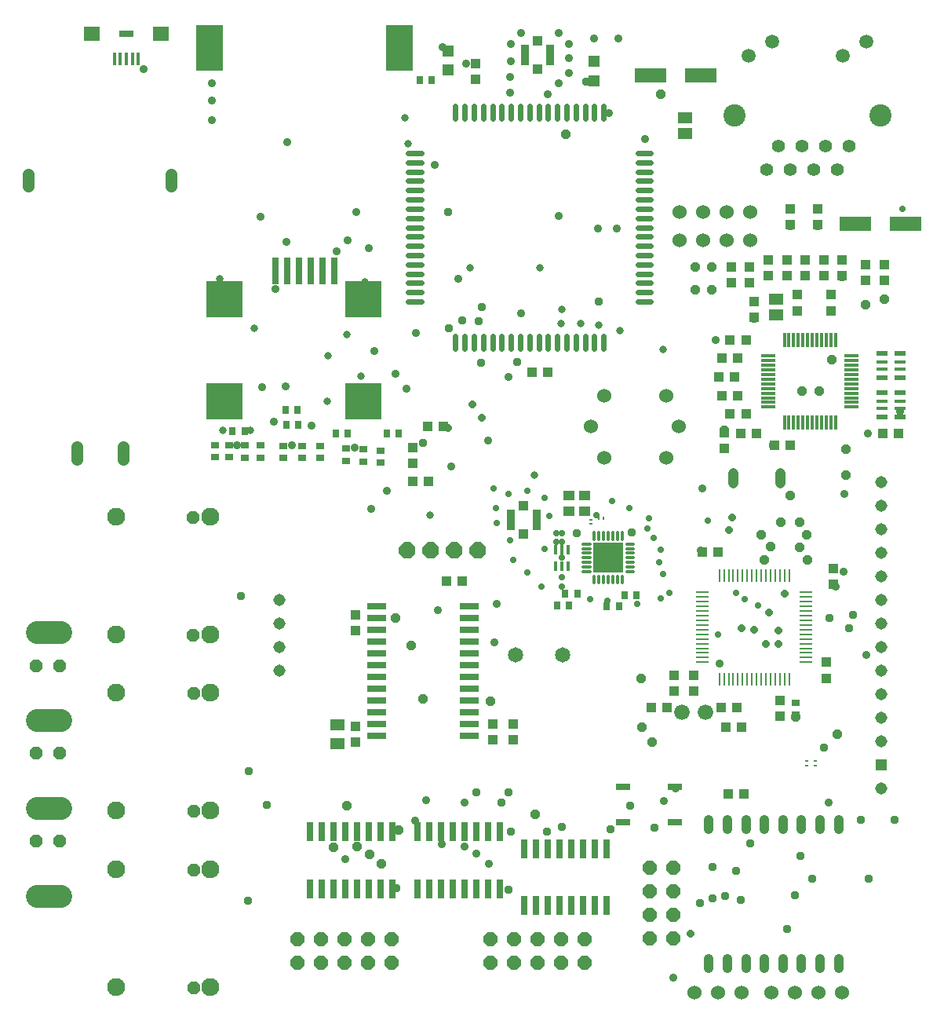
<source format=gts>
G75*
G70*
%OFA0B0*%
%FSLAX24Y24*%
%IPPOS*%
%LPD*%
%AMOC8*
5,1,8,0,0,1.08239X$1,22.5*
%
%ADD10R,0.0394X0.0433*%
%ADD11R,0.0433X0.0394*%
%ADD12R,0.0354X0.0276*%
%ADD13R,0.0630X0.0512*%
%ADD14R,0.1378X0.0630*%
%ADD15C,0.0594*%
%ADD16C,0.0945*%
%ADD17C,0.0554*%
%ADD18C,0.0236*%
%ADD19R,0.0260X0.0800*%
%ADD20R,0.0800X0.0260*%
%ADD21R,0.0472X0.0472*%
%ADD22C,0.0440*%
%ADD23R,0.0276X0.0354*%
%ADD24R,0.0110X0.0580*%
%ADD25R,0.0580X0.0110*%
%ADD26R,0.0118X0.0591*%
%ADD27R,0.0591X0.0118*%
%ADD28C,0.0650*%
%ADD29C,0.0600*%
%ADD30OC8,0.0600*%
%ADD31R,0.0591X0.0512*%
%ADD32R,0.0600X0.0300*%
%ADD33C,0.0660*%
%ADD34C,0.0397*%
%ADD35R,0.0169X0.0110*%
%ADD36R,0.0335X0.0866*%
%ADD37R,0.0394X0.0413*%
%ADD38R,0.0295X0.1181*%
%ADD39R,0.1181X0.1969*%
%ADD40C,0.0760*%
%ADD41OC8,0.0520*%
%ADD42C,0.0974*%
%ADD43C,0.0515*%
%ADD44R,0.0515X0.0515*%
%ADD45R,0.0453X0.0173*%
%ADD46R,0.0453X0.0248*%
%ADD47C,0.0118*%
%ADD48R,0.1280X0.1280*%
%ADD49R,0.0472X0.0394*%
%ADD50R,0.0138X0.0098*%
%ADD51R,0.0098X0.0138*%
%ADD52R,0.0138X0.0394*%
%ADD53R,0.0157X0.0551*%
%ADD54R,0.0709X0.0591*%
%ADD55R,0.0591X0.0276*%
%ADD56C,0.0515*%
%ADD57R,0.1575X0.1575*%
%ADD58OC8,0.0700*%
%ADD59OC8,0.0396*%
%ADD60OC8,0.0357*%
%ADD61C,0.0357*%
%ADD62C,0.0317*%
%ADD63OC8,0.0317*%
%ADD64C,0.0278*%
%ADD65OC8,0.0278*%
D10*
X016316Y012190D03*
X016316Y012859D03*
X016316Y016914D03*
X016316Y017583D03*
X020164Y019020D03*
X020834Y019020D03*
X018727Y024001D03*
X018727Y024670D03*
X022123Y012957D03*
X022123Y012288D03*
X023009Y012288D03*
X023009Y012957D03*
X029849Y014355D03*
X029849Y015024D03*
X030686Y015024D03*
X030686Y014355D03*
X034328Y013942D03*
X034328Y013272D03*
X036296Y014896D03*
X036296Y015566D03*
X036592Y018883D03*
X036592Y019552D03*
X031966Y024641D03*
X031966Y025310D03*
X032664Y025270D03*
X033334Y025270D03*
X033245Y030202D03*
X033245Y030871D03*
X033836Y031973D03*
X033836Y032643D03*
X034623Y032643D03*
X034623Y031973D03*
X035066Y031166D03*
X035066Y030497D03*
X036198Y031973D03*
X036198Y032643D03*
X036493Y031166D03*
X036493Y030497D03*
X032261Y031678D03*
X032261Y032347D03*
X038718Y025270D03*
X039387Y025270D03*
D11*
X034761Y024778D03*
X034092Y024778D03*
X032891Y026107D03*
X032221Y026107D03*
X032546Y026894D03*
X031877Y026894D03*
X031729Y027682D03*
X031877Y028469D03*
X032546Y028469D03*
X032399Y027682D03*
X032221Y029257D03*
X032891Y029257D03*
X033048Y031678D03*
X033048Y032347D03*
X034771Y034139D03*
X034771Y034808D03*
X035952Y034808D03*
X035952Y034139D03*
X035410Y032643D03*
X035410Y031973D03*
X036985Y031973D03*
X036985Y032643D03*
X037969Y032446D03*
X037969Y031776D03*
X038757Y031776D03*
X038757Y032446D03*
X031710Y020251D03*
X031040Y020251D03*
X031828Y013656D03*
X032497Y013656D03*
X032694Y012820D03*
X032025Y012820D03*
X029544Y013656D03*
X028875Y013656D03*
X032123Y009965D03*
X032792Y009965D03*
X019406Y023253D03*
X018737Y023253D03*
X019377Y025566D03*
X020046Y025566D03*
X023806Y027879D03*
X024475Y027879D03*
X021414Y040300D03*
X021414Y040969D03*
D12*
X017359Y024562D03*
X017359Y024050D03*
X016641Y024089D03*
X016641Y024601D03*
X015893Y024641D03*
X015893Y024129D03*
X014790Y024247D03*
X014790Y024759D03*
X014023Y024759D03*
X014023Y024247D03*
X013255Y024247D03*
X013255Y024759D03*
X012261Y024769D03*
X012261Y024257D03*
X011601Y024257D03*
X011601Y024769D03*
X010942Y024778D03*
X010942Y024267D03*
X010322Y024281D03*
X010322Y024793D03*
X035017Y013863D03*
X035017Y013351D03*
D13*
X015529Y012918D03*
X015529Y012131D03*
D14*
X037546Y034178D03*
X039672Y034178D03*
X030962Y040477D03*
X028836Y040477D03*
D15*
X033019Y041316D03*
X034019Y041914D03*
X036999Y041316D03*
X037999Y041914D03*
D16*
X038609Y038784D03*
X032408Y038784D03*
D17*
X034259Y037485D03*
X034759Y036485D03*
X033759Y036485D03*
X035259Y037485D03*
X036259Y037485D03*
X036759Y036485D03*
X035759Y036485D03*
X037259Y037485D03*
D18*
X028855Y037180D02*
X028305Y037180D01*
X028305Y036786D02*
X028855Y036786D01*
X028855Y036393D02*
X028305Y036393D01*
X028305Y035999D02*
X028855Y035999D01*
X028855Y035605D02*
X028305Y035605D01*
X028305Y035211D02*
X028855Y035211D01*
X028855Y034818D02*
X028305Y034818D01*
X028305Y034424D02*
X028855Y034424D01*
X028855Y034030D02*
X028305Y034030D01*
X028305Y033637D02*
X028855Y033637D01*
X028855Y033243D02*
X028305Y033243D01*
X028305Y032849D02*
X028855Y032849D01*
X028855Y032456D02*
X028305Y032456D01*
X028305Y032062D02*
X028855Y032062D01*
X028855Y031668D02*
X028305Y031668D01*
X028305Y031274D02*
X028855Y031274D01*
X028855Y030881D02*
X028305Y030881D01*
X026847Y029423D02*
X026847Y028873D01*
X026454Y028873D02*
X026454Y029423D01*
X026060Y029423D02*
X026060Y028873D01*
X025666Y028873D02*
X025666Y029423D01*
X025273Y029423D02*
X025273Y028873D01*
X024879Y028873D02*
X024879Y029423D01*
X024485Y029423D02*
X024485Y028873D01*
X024092Y028873D02*
X024092Y029423D01*
X023698Y029423D02*
X023698Y028873D01*
X023304Y028873D02*
X023304Y029423D01*
X022910Y029423D02*
X022910Y028873D01*
X022517Y028873D02*
X022517Y029423D01*
X022123Y029423D02*
X022123Y028873D01*
X021729Y028873D02*
X021729Y029423D01*
X021336Y029423D02*
X021336Y028873D01*
X020942Y028873D02*
X020942Y029423D01*
X020548Y029423D02*
X020548Y028873D01*
X019091Y030881D02*
X018541Y030881D01*
X018541Y031274D02*
X019091Y031274D01*
X019091Y031668D02*
X018541Y031668D01*
X018541Y032062D02*
X019091Y032062D01*
X019091Y032456D02*
X018541Y032456D01*
X018541Y032849D02*
X019091Y032849D01*
X019091Y033243D02*
X018541Y033243D01*
X018541Y033637D02*
X019091Y033637D01*
X019091Y034030D02*
X018541Y034030D01*
X018541Y034424D02*
X019091Y034424D01*
X019091Y034818D02*
X018541Y034818D01*
X018541Y035211D02*
X019091Y035211D01*
X019091Y035605D02*
X018541Y035605D01*
X018541Y035999D02*
X019091Y035999D01*
X019091Y036393D02*
X018541Y036393D01*
X018541Y036786D02*
X019091Y036786D01*
X019091Y037180D02*
X018541Y037180D01*
X020548Y038637D02*
X020548Y039187D01*
X020942Y039187D02*
X020942Y038637D01*
X021336Y038637D02*
X021336Y039187D01*
X021729Y039187D02*
X021729Y038637D01*
X022123Y038637D02*
X022123Y039187D01*
X022517Y039187D02*
X022517Y038637D01*
X022910Y038637D02*
X022910Y039187D01*
X023304Y039187D02*
X023304Y038637D01*
X023698Y038637D02*
X023698Y039187D01*
X024092Y039187D02*
X024092Y038637D01*
X024485Y038637D02*
X024485Y039187D01*
X024879Y039187D02*
X024879Y038637D01*
X025273Y038637D02*
X025273Y039187D01*
X025666Y039187D02*
X025666Y038637D01*
X026060Y038637D02*
X026060Y039187D01*
X026454Y039187D02*
X026454Y038637D01*
X026847Y038637D02*
X026847Y039187D01*
D19*
X022446Y008370D03*
X021946Y008370D03*
X021446Y008370D03*
X020946Y008370D03*
X020446Y008370D03*
X019946Y008370D03*
X019446Y008370D03*
X018946Y008370D03*
X017869Y008370D03*
X017369Y008370D03*
X016869Y008370D03*
X016369Y008370D03*
X015869Y008370D03*
X015369Y008370D03*
X014869Y008370D03*
X014369Y008370D03*
X014369Y005950D03*
X014869Y005950D03*
X015369Y005950D03*
X015869Y005950D03*
X016369Y005950D03*
X016869Y005950D03*
X017369Y005950D03*
X017869Y005950D03*
X018946Y005950D03*
X019446Y005950D03*
X019946Y005950D03*
X020446Y005950D03*
X020946Y005950D03*
X021446Y005950D03*
X021946Y005950D03*
X022446Y005950D03*
X023460Y005238D03*
X023960Y005238D03*
X024460Y005238D03*
X024960Y005238D03*
X025460Y005238D03*
X025960Y005238D03*
X026460Y005238D03*
X026960Y005238D03*
X026960Y007658D03*
X026460Y007658D03*
X025960Y007658D03*
X025460Y007658D03*
X024960Y007658D03*
X024460Y007658D03*
X023960Y007658D03*
X023460Y007658D03*
D20*
X021150Y012432D03*
X021150Y012932D03*
X021150Y013432D03*
X021150Y013932D03*
X021150Y014432D03*
X021150Y014932D03*
X021150Y015432D03*
X021150Y015932D03*
X021150Y016432D03*
X021150Y016932D03*
X021150Y017432D03*
X021150Y017932D03*
X017190Y017932D03*
X017190Y017432D03*
X017190Y016932D03*
X017190Y016432D03*
X017190Y015932D03*
X017190Y015432D03*
X017190Y014932D03*
X017190Y014432D03*
X017190Y013932D03*
X017190Y013432D03*
X017190Y012932D03*
X017190Y012432D03*
D21*
X026454Y040261D03*
X026454Y041087D03*
X020253Y040704D03*
X020253Y041530D03*
D22*
X032344Y023620D02*
X032344Y023180D01*
X034344Y023180D02*
X034344Y023620D01*
D23*
X028235Y018430D03*
X027723Y018430D03*
X027497Y017938D03*
X026985Y017938D03*
X025725Y018479D03*
X025214Y018479D03*
X025381Y017987D03*
X024869Y017987D03*
X018147Y025270D03*
X017635Y025270D03*
X015981Y025270D03*
X015469Y025270D03*
X013875Y025635D03*
X013363Y025635D03*
X013344Y026265D03*
X013855Y026265D03*
X011592Y025384D03*
X011080Y025384D03*
X019032Y040290D03*
X019544Y040290D03*
D24*
X031765Y019262D03*
X031965Y019262D03*
X032165Y019262D03*
X032355Y019262D03*
X032555Y019262D03*
X032755Y019262D03*
X032945Y019262D03*
X033145Y019262D03*
X033345Y019262D03*
X033545Y019262D03*
X033735Y019262D03*
X033935Y019262D03*
X034135Y019262D03*
X034325Y019262D03*
X034525Y019262D03*
X034725Y019262D03*
X034725Y014842D03*
X034525Y014842D03*
X034325Y014842D03*
X034135Y014842D03*
X033935Y014842D03*
X033735Y014842D03*
X033545Y014842D03*
X033345Y014842D03*
X033145Y014842D03*
X032945Y014842D03*
X032755Y014842D03*
X032555Y014842D03*
X032355Y014842D03*
X032165Y014842D03*
X031965Y014842D03*
X031765Y014842D03*
D25*
X031035Y015572D03*
X031035Y015772D03*
X031035Y015972D03*
X031035Y016162D03*
X031035Y016362D03*
X031035Y016562D03*
X031035Y016752D03*
X031035Y016952D03*
X031035Y017152D03*
X031035Y017352D03*
X031035Y017542D03*
X031035Y017742D03*
X031035Y017942D03*
X031035Y018132D03*
X031035Y018332D03*
X031035Y018532D03*
X035455Y018532D03*
X035455Y018332D03*
X035455Y018132D03*
X035455Y017942D03*
X035455Y017742D03*
X035455Y017542D03*
X035455Y017352D03*
X035455Y017152D03*
X035455Y016952D03*
X035455Y016752D03*
X035455Y016562D03*
X035455Y016362D03*
X035455Y016162D03*
X035455Y015972D03*
X035455Y015772D03*
X035455Y015572D03*
D26*
X035509Y025733D03*
X035706Y025733D03*
X035903Y025733D03*
X036099Y025733D03*
X036296Y025733D03*
X036493Y025733D03*
X036690Y025733D03*
X035312Y025733D03*
X035115Y025733D03*
X034918Y025733D03*
X034721Y025733D03*
X034525Y025733D03*
X034525Y029237D03*
X034721Y029237D03*
X034918Y029237D03*
X035115Y029237D03*
X035312Y029237D03*
X035509Y029237D03*
X035706Y029237D03*
X035903Y029237D03*
X036099Y029237D03*
X036296Y029237D03*
X036493Y029237D03*
X036690Y029237D03*
D27*
X037359Y028568D03*
X037359Y028371D03*
X037359Y028174D03*
X037359Y027977D03*
X037359Y027780D03*
X037359Y027583D03*
X037359Y027387D03*
X037359Y027190D03*
X037359Y026993D03*
X037359Y026796D03*
X037359Y026599D03*
X037359Y026402D03*
X033855Y026402D03*
X033855Y026599D03*
X033855Y026796D03*
X033855Y026993D03*
X033855Y027190D03*
X033855Y027387D03*
X033855Y027583D03*
X033855Y027780D03*
X033855Y027977D03*
X033855Y028174D03*
X033855Y028371D03*
X033855Y028568D03*
D28*
X025092Y015871D03*
X023092Y015871D03*
D29*
X026857Y024247D03*
X026306Y025566D03*
X026857Y026885D03*
X029495Y026885D03*
X030046Y025566D03*
X029495Y024247D03*
X030072Y033489D03*
X031072Y033489D03*
X031072Y034670D03*
X030072Y034670D03*
X032072Y034670D03*
X033072Y034670D03*
X033072Y033489D03*
X032072Y033489D03*
X031719Y001550D03*
X030719Y001550D03*
X032719Y001550D03*
X033960Y001550D03*
X034960Y001550D03*
X035960Y001550D03*
X036960Y001550D03*
D30*
X029798Y003839D03*
X028798Y003839D03*
X028798Y004839D03*
X029798Y004839D03*
X029798Y005839D03*
X028798Y005839D03*
X028798Y006839D03*
X029798Y006839D03*
X026042Y003831D03*
X026042Y002831D03*
X025042Y002831D03*
X025042Y003831D03*
X024042Y003831D03*
X024042Y002831D03*
X023042Y002831D03*
X023042Y003831D03*
X022042Y003831D03*
X022042Y002831D03*
X017824Y002831D03*
X016824Y002831D03*
X016824Y003831D03*
X017824Y003831D03*
X015824Y003831D03*
X015824Y002831D03*
X014824Y002831D03*
X014824Y003831D03*
X013824Y003831D03*
X013824Y002831D03*
D31*
X034180Y030300D03*
X034180Y030969D03*
X030292Y038026D03*
X030292Y038696D03*
D32*
X029867Y010272D03*
X029867Y008772D03*
X027667Y008772D03*
X027667Y010272D03*
D33*
X030186Y013459D03*
X031186Y013459D03*
D34*
X031316Y008886D02*
X031316Y008489D01*
X032103Y008489D02*
X032103Y008886D01*
X032891Y008886D02*
X032891Y008489D01*
X033678Y008489D02*
X033678Y008886D01*
X034466Y008886D02*
X034466Y008489D01*
X035253Y008489D02*
X035253Y008886D01*
X036040Y008886D02*
X036040Y008489D01*
X036828Y008489D02*
X036828Y008886D01*
X036828Y002977D02*
X036828Y002580D01*
X036040Y002580D02*
X036040Y002977D01*
X035253Y002977D02*
X035253Y002580D01*
X034466Y002580D02*
X034466Y002977D01*
X033678Y002977D02*
X033678Y002580D01*
X032891Y002580D02*
X032891Y002977D01*
X032103Y002977D02*
X032103Y002580D01*
X031316Y002580D02*
X031316Y002977D01*
D35*
X035460Y011194D03*
X035460Y011394D03*
X035853Y011394D03*
X035853Y011194D03*
D36*
X023993Y021629D03*
X022910Y021629D03*
X023501Y041363D03*
X024584Y041363D03*
D37*
X024042Y041963D03*
X024042Y040763D03*
X023452Y022229D03*
X023452Y021028D03*
D38*
X015389Y032198D03*
X014889Y032198D03*
X014389Y032198D03*
X013889Y032198D03*
X013389Y032198D03*
X012889Y032198D03*
D39*
X010109Y041658D03*
X018160Y041658D03*
D40*
X010127Y021747D03*
X006127Y021747D03*
X006127Y016747D03*
X006127Y014267D03*
X010127Y014267D03*
X010127Y016747D03*
X010127Y009267D03*
X010127Y006786D03*
X006127Y006786D03*
X006127Y009267D03*
X006127Y001786D03*
X010127Y001786D03*
D41*
X009426Y001757D03*
X009426Y006757D03*
X009431Y009252D03*
X009431Y014252D03*
X009392Y016727D03*
X009392Y021727D03*
X003725Y015428D03*
X002725Y015428D03*
X002735Y011707D03*
X003735Y011707D03*
X003725Y007997D03*
X002725Y007997D03*
D42*
X002787Y005635D02*
X003762Y005635D01*
X003762Y009375D02*
X002787Y009375D01*
X002787Y013115D02*
X003762Y013115D01*
X003762Y016855D02*
X002787Y016855D01*
D43*
X013082Y017219D03*
X013082Y018219D03*
X013082Y016219D03*
X013082Y015219D03*
X038655Y015219D03*
X038655Y014219D03*
X038655Y013219D03*
X038655Y012219D03*
X038655Y010219D03*
X038655Y016219D03*
X038655Y017219D03*
X038655Y018219D03*
X038655Y019219D03*
X038655Y020219D03*
X038655Y021219D03*
X038655Y022219D03*
X038655Y023219D03*
D44*
X038655Y011219D03*
D45*
X038668Y026343D03*
X038668Y026658D03*
X039436Y026658D03*
X039436Y026343D03*
X039436Y028017D03*
X039436Y028331D03*
X038668Y028331D03*
X038668Y028017D03*
D46*
X038668Y027664D03*
X038668Y027011D03*
X039436Y027011D03*
X039436Y027664D03*
X039436Y028684D03*
X038668Y028684D03*
X038668Y025991D03*
X039436Y025991D03*
D47*
X028116Y020595D02*
X027822Y020595D01*
X027822Y020398D02*
X028116Y020398D01*
X028116Y020202D02*
X027822Y020202D01*
X027822Y020005D02*
X028116Y020005D01*
X028116Y019808D02*
X027822Y019808D01*
X027822Y019611D02*
X028116Y019611D01*
X028116Y019414D02*
X027822Y019414D01*
X027635Y019227D02*
X027635Y018933D01*
X027438Y018933D02*
X027438Y019227D01*
X027241Y019227D02*
X027241Y018933D01*
X027044Y018933D02*
X027044Y019227D01*
X026847Y019227D02*
X026847Y018933D01*
X026651Y018933D02*
X026651Y019227D01*
X026454Y019227D02*
X026454Y018933D01*
X026266Y019414D02*
X025972Y019414D01*
X025972Y019611D02*
X026266Y019611D01*
X026266Y019808D02*
X025972Y019808D01*
X025972Y020005D02*
X026266Y020005D01*
X026266Y020202D02*
X025972Y020202D01*
X025972Y020398D02*
X026266Y020398D01*
X026266Y020595D02*
X025972Y020595D01*
X026454Y020783D02*
X026454Y021077D01*
X026651Y021077D02*
X026651Y020783D01*
X026847Y020783D02*
X026847Y021077D01*
X027044Y021077D02*
X027044Y020783D01*
X027241Y020783D02*
X027241Y021077D01*
X027438Y021077D02*
X027438Y020783D01*
X027635Y020783D02*
X027635Y021077D01*
D48*
X027044Y020005D03*
D49*
X026050Y021983D03*
X025381Y021983D03*
X025381Y022652D03*
X026050Y022652D03*
D50*
X026306Y021629D03*
X026306Y021432D03*
D51*
X026651Y021678D03*
X026847Y021678D03*
D52*
X025332Y020359D03*
X025076Y020359D03*
X024820Y020359D03*
X024820Y019650D03*
X025076Y019650D03*
X025332Y019650D03*
D53*
X007084Y041186D03*
X006828Y041186D03*
X006572Y041186D03*
X006316Y041186D03*
X006060Y041186D03*
D54*
X005121Y042249D03*
X008022Y042249D03*
D55*
X006572Y042249D03*
D56*
X008481Y036286D02*
X008481Y035771D01*
X002418Y035771D02*
X002418Y036286D01*
X004466Y024711D02*
X004466Y024196D01*
X006434Y024196D02*
X006434Y024711D01*
D57*
X010735Y026648D03*
X010735Y030979D03*
X016641Y030979D03*
X016641Y026648D03*
D58*
X018517Y020303D03*
X019517Y020303D03*
X020517Y020303D03*
X021517Y020303D03*
D59*
X017989Y017446D03*
X018678Y016265D03*
X019170Y014001D03*
X022025Y013902D03*
X023009Y012278D03*
X023944Y009129D03*
X028471Y012820D03*
X028914Y012180D03*
X030686Y014345D03*
X028422Y014887D03*
X032802Y009965D03*
X035017Y013263D03*
X036296Y014887D03*
X036788Y012524D03*
X035509Y019906D03*
X035164Y020448D03*
X035460Y020989D03*
X035164Y021530D03*
X034377Y021530D03*
X033934Y020497D03*
X033540Y020989D03*
X033688Y019906D03*
X034771Y022662D03*
X034771Y024778D03*
X034082Y024778D03*
X031966Y025418D03*
X035263Y027091D03*
X036001Y027091D03*
X036542Y028420D03*
X036493Y030487D03*
X037969Y030733D03*
X038757Y030979D03*
X038757Y032456D03*
X037969Y032456D03*
X036985Y031963D03*
X035952Y034129D03*
X034771Y034129D03*
X033048Y032357D03*
X031424Y032357D03*
X030735Y032357D03*
X030735Y031373D03*
X031424Y031373D03*
X033245Y030192D03*
X037133Y024631D03*
X037133Y023499D03*
X025223Y037967D03*
X029288Y039680D03*
X015529Y012918D03*
X015922Y009473D03*
X016365Y007751D03*
X016906Y007406D03*
X017399Y007013D03*
X018137Y008440D03*
X015381Y007702D03*
D60*
X018038Y005979D03*
X021446Y010064D03*
X022517Y009621D03*
X022812Y010064D03*
X022910Y008391D03*
X024436Y008391D03*
X025076Y008587D03*
X027143Y008489D03*
X027979Y009473D03*
X029013Y008538D03*
X031473Y006890D03*
X032463Y006717D03*
X032015Y005635D03*
X032679Y005482D03*
X031473Y005536D03*
X030932Y005339D03*
X033073Y007874D03*
X034968Y005684D03*
X035706Y006373D03*
X035204Y007342D03*
X037773Y008883D03*
X039200Y008883D03*
X038117Y006373D03*
X034623Y004257D03*
X036198Y011934D03*
X037281Y017003D03*
X037428Y017593D03*
X036444Y017446D03*
X028029Y021087D03*
X027340Y020300D03*
X027340Y019709D03*
X026749Y019709D03*
X026749Y020300D03*
X025716Y021038D03*
X019170Y024877D03*
X021631Y028272D03*
X020273Y029749D03*
X020844Y030074D03*
X021532Y030064D03*
X021680Y030654D03*
X023186Y028322D03*
X026651Y030881D03*
X020243Y034670D03*
X026109Y040231D03*
X011444Y018381D03*
X011788Y010950D03*
X012527Y009522D03*
X011739Y005438D03*
X022812Y005930D03*
D61*
X021975Y007013D03*
X021434Y007456D03*
X020942Y007751D03*
X019958Y007849D03*
X018826Y008833D03*
X019318Y009719D03*
X020946Y009621D03*
X015869Y007209D03*
X022221Y016412D03*
X022320Y018036D03*
X019810Y017790D03*
X016956Y022072D03*
X017655Y022859D03*
X016277Y024690D03*
X014431Y025610D03*
X013599Y024788D03*
X012846Y025797D03*
X012335Y027244D03*
X013339Y027273D03*
X011277Y024788D03*
X017094Y028794D03*
X018009Y027820D03*
X018481Y027190D03*
X018865Y029552D03*
X020686Y031835D03*
X023324Y030379D03*
X022812Y027682D03*
X021926Y024975D03*
X020371Y023883D03*
X012910Y031402D03*
X013383Y033400D03*
X012261Y034473D03*
X013403Y037633D03*
X016345Y034670D03*
X015962Y033489D03*
X015489Y033017D03*
X016867Y033135D03*
X019662Y036668D03*
X022861Y039739D03*
X022861Y040428D03*
X022910Y041068D03*
X022910Y041806D03*
X023353Y042298D03*
X024928Y042298D03*
X025371Y041806D03*
X025371Y041215D03*
X025371Y040576D03*
X024938Y040133D03*
X024466Y039690D03*
X026454Y042052D03*
X027487Y042052D03*
X027064Y038893D03*
X028619Y037770D03*
X030686Y040526D03*
X027389Y033981D03*
X026601Y033981D03*
X024938Y034513D03*
X021001Y040969D03*
X019997Y041698D03*
X010214Y040143D03*
X010214Y039404D03*
X010214Y038568D03*
X007310Y040763D03*
X031031Y022957D03*
X030981Y020300D03*
X031719Y020251D03*
X031769Y015526D03*
X034328Y013942D03*
X038019Y015871D03*
X036690Y018774D03*
X037034Y019414D03*
X037084Y022711D03*
X038068Y025270D03*
X039446Y026206D03*
X031621Y029257D03*
X029899Y010211D03*
X029406Y009670D03*
X036395Y009621D03*
X029800Y002190D03*
D62*
X019466Y021826D03*
X023895Y023499D03*
X029357Y028863D03*
X027536Y029650D03*
X026651Y029896D03*
X025863Y029936D03*
X025036Y029946D03*
X025076Y030536D03*
X024141Y032308D03*
X021188Y032308D03*
X016710Y031717D03*
X015937Y029468D03*
X015125Y028582D03*
X016523Y027702D03*
X015100Y026634D03*
X011995Y029759D03*
X010529Y031853D03*
X010656Y025418D03*
X011838Y025418D03*
X018531Y037598D03*
X018398Y038666D03*
D63*
X021277Y026501D03*
X021680Y025959D03*
X020253Y025517D03*
X032310Y021727D03*
X032162Y021186D03*
X034525Y018479D03*
X033885Y017692D03*
X034279Y016904D03*
X034279Y016363D03*
X033737Y016363D03*
X033245Y016954D03*
X032704Y017003D03*
X030538Y004060D03*
D64*
X031719Y016757D03*
X032851Y018233D03*
X032458Y018528D03*
X033393Y017987D03*
X031277Y021580D03*
X029259Y020349D03*
X029210Y019808D03*
X029357Y019316D03*
X029653Y018528D03*
X029259Y018282D03*
X028275Y018036D03*
X028964Y020841D03*
X028718Y021235D03*
X028767Y021678D03*
X027930Y022121D03*
X027192Y022416D03*
X026552Y021826D03*
X025076Y021038D03*
X024830Y021038D03*
X024830Y020694D03*
X025076Y020694D03*
X025076Y020005D03*
X024338Y020398D03*
X023599Y019365D03*
X023009Y019906D03*
X022861Y020743D03*
X022320Y021481D03*
X022271Y022121D03*
X022812Y022711D03*
X022172Y022957D03*
X023599Y022859D03*
X024338Y022564D03*
X024534Y021776D03*
X025076Y019168D03*
X025076Y018774D03*
X024190Y018774D03*
X039544Y034818D03*
D65*
X026995Y018184D03*
X026257Y018233D03*
M02*

</source>
